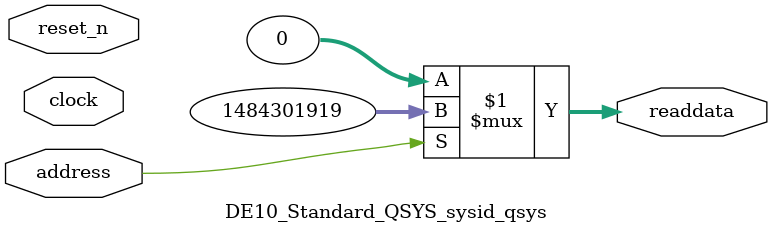
<source format=v>



// synthesis translate_off
`timescale 1ns / 1ps
// synthesis translate_on

// turn off superfluous verilog processor warnings 
// altera message_level Level1 
// altera message_off 10034 10035 10036 10037 10230 10240 10030 

module DE10_Standard_QSYS_sysid_qsys (
               // inputs:
                address,
                clock,
                reset_n,

               // outputs:
                readdata
             )
;

  output  [ 31: 0] readdata;
  input            address;
  input            clock;
  input            reset_n;

  wire    [ 31: 0] readdata;
  //control_slave, which is an e_avalon_slave
  assign readdata = address ? 1484301919 : 0;

endmodule



</source>
